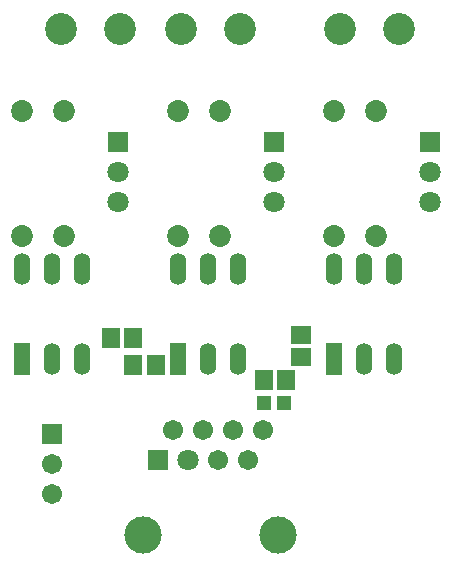
<source format=gbr>
%FSDAX24Y24*%
%MOIN*%
%SFA1B1*%

%IPPOS*%
%ADD32R,0.059200X0.067100*%
%ADD33R,0.067100X0.059200*%
%ADD34R,0.051300X0.047400*%
%ADD35R,0.067100X0.067100*%
%ADD36C,0.067100*%
%ADD37R,0.055200X0.106400*%
%ADD38O,0.055200X0.106400*%
%ADD39C,0.073000*%
%ADD40C,0.106400*%
%ADD41R,0.071000X0.071000*%
%ADD42C,0.071000*%
%ADD43C,0.067100*%
%ADD44R,0.067100X0.067100*%
%ADD45C,0.071000*%
%ADD46C,0.124100*%
%LNde-130418_soldermask_top-1*%
%LPD*%
G54D32*
X005274Y007600D03*
X004526D03*
X003776Y008500D03*
X004524D03*
X008876Y007100D03*
X009624D03*
G54D33*
X010100Y007876D03*
Y008624D03*
G54D34*
X008865Y006350D03*
X009535D03*
G54D35*
X001800Y005300D03*
G54D36*
X001800Y004300D03*
Y003300D03*
G54D37*
X006000Y007800D03*
X000800D03*
X011200D03*
G54D38*
X007000Y007800D03*
X008000D03*
X006000Y010800D03*
X007000D03*
X008000D03*
X001800Y007800D03*
X002800D03*
X000800Y010800D03*
X001800D03*
X002800D03*
X012200Y007800D03*
X013200D03*
X011200Y010800D03*
X012200D03*
X013200D03*
G54D39*
X012600Y011923D03*
Y016077D03*
X011200Y011923D03*
Y016077D03*
X002200Y011923D03*
Y016077D03*
X000800Y011923D03*
Y016077D03*
X006000Y011923D03*
Y016077D03*
X007400Y011923D03*
Y016077D03*
G54D40*
X011416Y018800D03*
X013384D03*
X006116D03*
X008084D03*
X002116D03*
X004084D03*
G54D41*
X014400Y015060D03*
X009200D03*
X004000D03*
G54D42*
X014400Y014060D03*
Y013060D03*
X009200Y014060D03*
Y013060D03*
X004000Y014060D03*
Y013060D03*
G54D43*
X008850Y005450D03*
X005850D03*
X008350Y004450D03*
X007850Y005450D03*
X006850D03*
X007350Y004450D03*
G54D44*
X005350Y004450D03*
G54D45*
X006350Y004450D03*
G54D46*
X004850Y001950D03*
X009350D03*
M02*
</source>
